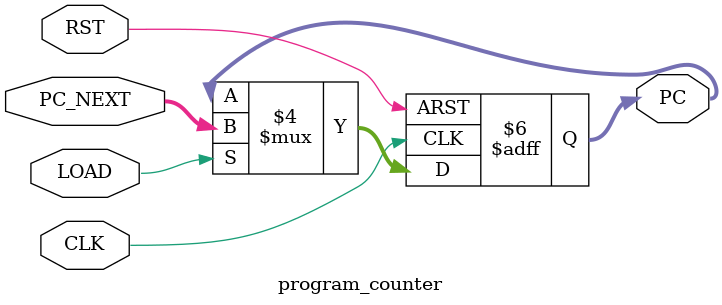
<source format=v>
module program_counter #(parameter pointer_width =32)(



input CLK,RST,LOAD,
input 	   [pointer_width-1:0] PC_NEXT,
output reg [pointer_width-1:0] PC



);


always @(posedge CLK or negedge RST) 
begin 
	if(!RST)
	begin
		PC <= 0;
	end
	else
	begin
		if(LOAD)
		begin
			PC <= PC_NEXT;
		end
		else
		begin
			PC <= PC;
		end
	end
end

	

endmodule

</source>
